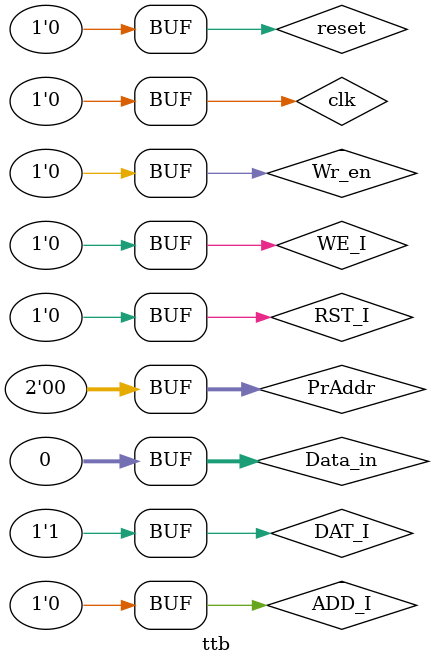
<source format=v>
`timescale 1ns / 1ps


module ttb;

	// Inputs
	reg clk;
	reg reset;
	reg [3:2] PrAddr;
	reg Wr_en;
	reg [31:0] Data_in;

	// Outputs
	wire IRQ;
	wire [31:0] Data_out;

	// Instantiate the Unit Under Test (UUT)
	timer uut (
		.clk(clk), 
		.reset(reset), 
		.PrAddr(PrAddr), 
		.Wr_en(Wr_en), 
		.Data_in(Data_in), 
		.IRQ(IRQ), 
		.Data_out(Data_out)
	);

	initial begin
		// Initialize Inputs
		clk = 0;
		reset = 1;
		PrAddr = 0;
		Wr_en = 0;
		Data_in = 0;

		// Wait 100 ns for global reset to finish
		#100;
		reset=0;
		ADD_I = 0;
		WE_I = 0;
		DAT_I = 9;
		#10;
		ADD_I = 2'b01;
		WE_I = 1;
		RST_I = 0;
		#10;
		ADD_I = 2'b00;
		DAT_I = {28'd0,1'b1,2'b00,1'b1};
		#10;
		WE_I = 0;
		#200;
		WE_I = 1;
		DAT_I = {28'd0,1'b0,2'b01,1'b1};
		#10;
		WE_I = 0;
        
		// Add stimulus here

	end
      
endmodule


</source>
